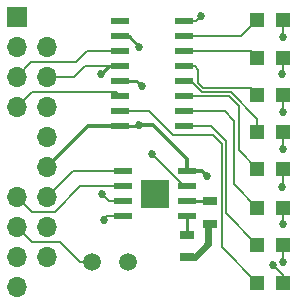
<source format=gbr>
G04 #@! TF.FileFunction,Copper,L1,Top,Signal*
%FSLAX46Y46*%
G04 Gerber Fmt 4.6, Leading zero omitted, Abs format (unit mm)*
G04 Created by KiCad (PCBNEW 4.0.0-rc1-stable) date 23/04/2017 15:22:08*
%MOMM*%
G01*
G04 APERTURE LIST*
%ADD10C,0.076200*%
%ADD11R,1.200000X1.200000*%
%ADD12R,1.700000X1.700000*%
%ADD13O,1.700000X1.700000*%
%ADD14R,1.300000X0.700000*%
%ADD15R,1.550000X0.600000*%
%ADD16R,1.175000X1.175000*%
%ADD17R,1.500000X0.600000*%
%ADD18C,1.500000*%
%ADD19C,0.685800*%
%ADD20C,0.609600*%
%ADD21C,0.254000*%
%ADD22C,0.152400*%
%ADD23C,0.304800*%
G04 APERTURE END LIST*
D10*
D11*
X176039600Y-109982000D03*
X178239600Y-109982000D03*
X176039600Y-113182400D03*
X178239600Y-113182400D03*
X176039600Y-116332000D03*
X178239600Y-116332000D03*
X176039600Y-119481600D03*
X178239600Y-119481600D03*
X176039600Y-122580400D03*
X178239600Y-122580400D03*
X176039600Y-125882400D03*
X178239600Y-125882400D03*
X176039600Y-129032000D03*
X178239600Y-129032000D03*
X176039600Y-132232400D03*
X178239600Y-132232400D03*
D12*
X155702000Y-109728000D03*
D13*
X155702000Y-112268000D03*
X158242000Y-112268000D03*
X155702000Y-114808000D03*
X158242000Y-114808000D03*
X155702000Y-117348000D03*
X158242000Y-117348000D03*
X158242000Y-119888000D03*
X158242000Y-122428000D03*
X155702000Y-124968000D03*
X158242000Y-124968000D03*
X155702000Y-127508000D03*
X158242000Y-127508000D03*
X155702000Y-130048000D03*
X158242000Y-130048000D03*
X155702000Y-132588000D03*
D14*
X170116500Y-128209000D03*
X170116500Y-130109000D03*
X172021500Y-125351500D03*
X172021500Y-127251500D03*
D15*
X164686000Y-122809000D03*
X164686000Y-124079000D03*
X164686000Y-125349000D03*
X164686000Y-126619000D03*
X170086000Y-126619000D03*
X170086000Y-125349000D03*
X170086000Y-124079000D03*
X170086000Y-122809000D03*
D16*
X167973500Y-125301500D03*
X167973500Y-124126500D03*
X166798500Y-125301500D03*
X166798500Y-124126500D03*
D17*
X169832000Y-118999000D03*
X169832000Y-117729000D03*
X169832000Y-116459000D03*
X169832000Y-115189000D03*
X169832000Y-113919000D03*
X169832000Y-112649000D03*
X169832000Y-111379000D03*
X169832000Y-110109000D03*
X164432000Y-110109000D03*
X164432000Y-111379000D03*
X164432000Y-112649000D03*
X164432000Y-113919000D03*
X164432000Y-115189000D03*
X164432000Y-116459000D03*
X164432000Y-117729000D03*
X164432000Y-118999000D03*
D18*
X162076000Y-130454400D03*
X165076000Y-130454400D03*
D19*
X171894500Y-128968500D03*
X166243000Y-115633500D03*
X163017200Y-126949200D03*
X171297600Y-109677200D03*
X171767500Y-123190000D03*
X166052500Y-118872000D03*
X166052500Y-112268000D03*
X162814000Y-114617500D03*
X178206400Y-111404400D03*
X178155600Y-114604800D03*
X178206400Y-117805200D03*
X178244500Y-120904000D03*
X178155600Y-124155200D03*
X178206400Y-127304800D03*
X178206400Y-130454400D03*
X177342800Y-130708400D03*
X162877500Y-124714000D03*
X167132000Y-121348500D03*
D20*
X171894500Y-127378500D02*
X171894500Y-128968500D01*
X171894500Y-128968500D02*
X170754000Y-130109000D01*
X171894500Y-127378500D02*
X172021500Y-127251500D01*
X170116500Y-130109000D02*
X170754000Y-130109000D01*
D21*
X172021500Y-127251500D02*
X171706500Y-127251500D01*
X164432000Y-115189000D02*
X165798500Y-115189000D01*
X165798500Y-115189000D02*
X166243000Y-115633500D01*
D22*
X164686000Y-126619000D02*
X163347400Y-126619000D01*
X163347400Y-126619000D02*
X163017200Y-126949200D01*
X169832000Y-110109000D02*
X170865800Y-110109000D01*
X170865800Y-110109000D02*
X171297600Y-109677200D01*
D23*
X171386500Y-122809000D02*
X170086000Y-122809000D01*
X171767500Y-123190000D02*
X171386500Y-122809000D01*
X166052500Y-118872000D02*
X167195500Y-118872000D01*
X170086000Y-121762500D02*
X170086000Y-122809000D01*
X167195500Y-118872000D02*
X170086000Y-121762500D01*
X158242000Y-122428000D02*
X161671000Y-118999000D01*
X161671000Y-118999000D02*
X164432000Y-118999000D01*
D21*
X165925500Y-118999000D02*
X164432000Y-118999000D01*
X166052500Y-118872000D02*
X165925500Y-118999000D01*
X164432000Y-111379000D02*
X165163500Y-111379000D01*
X165163500Y-111379000D02*
X166052500Y-112268000D01*
D22*
X164432000Y-113919000D02*
X161417000Y-113919000D01*
X160528000Y-114808000D02*
X158242000Y-114808000D01*
X161417000Y-113919000D02*
X160528000Y-114808000D01*
D21*
X164432000Y-113919000D02*
X163512500Y-113919000D01*
X163512500Y-113919000D02*
X162814000Y-114617500D01*
X163703000Y-113919000D02*
X164432000Y-113919000D01*
D22*
X169832000Y-111379000D02*
X174642600Y-111379000D01*
X174642600Y-111379000D02*
X176039600Y-109982000D01*
X178239600Y-109982000D02*
X178239600Y-111371200D01*
X178239600Y-111371200D02*
X178206400Y-111404400D01*
X169832000Y-112649000D02*
X175506200Y-112649000D01*
X175506200Y-112649000D02*
X176039600Y-113182400D01*
X178239600Y-113182400D02*
X178239600Y-114520800D01*
X178239600Y-114520800D02*
X178155600Y-114604800D01*
X169832000Y-113919000D02*
X170764200Y-113919000D01*
X171450000Y-115773200D02*
X175480800Y-115773200D01*
X171043600Y-115366800D02*
X171450000Y-115773200D01*
X171043600Y-114198400D02*
X171043600Y-115366800D01*
X170764200Y-113919000D02*
X171043600Y-114198400D01*
X175480800Y-115773200D02*
X176039600Y-116332000D01*
X178239600Y-116332000D02*
X178239600Y-117772000D01*
X178239600Y-117772000D02*
X178206400Y-117805200D01*
X169832000Y-115189000D02*
X170408600Y-115189000D01*
X170408600Y-115189000D02*
X171348400Y-116128800D01*
X171348400Y-116128800D02*
X173786800Y-116128800D01*
X173786800Y-116128800D02*
X176039600Y-118381600D01*
X176039600Y-118381600D02*
X176039600Y-119481600D01*
X178239600Y-119481600D02*
X178239600Y-120899100D01*
X178239600Y-120899100D02*
X178244500Y-120904000D01*
X169832000Y-116459000D02*
X173659798Y-116459000D01*
X174447200Y-120988000D02*
X176039600Y-122580400D01*
X174447200Y-117246402D02*
X174447200Y-120988000D01*
X173659798Y-116459000D02*
X174447200Y-117246402D01*
X178239600Y-122580400D02*
X178239600Y-124071200D01*
X178239600Y-124071200D02*
X178155600Y-124155200D01*
X169832000Y-117729000D02*
X173304198Y-117729000D01*
X174091600Y-123934400D02*
X176039600Y-125882400D01*
X174091600Y-118516402D02*
X174091600Y-123934400D01*
X173304198Y-117729000D02*
X174091600Y-118516402D01*
X178239600Y-125882400D02*
X178239600Y-127271600D01*
X178239600Y-127271600D02*
X178206400Y-127304800D01*
X169832000Y-118999000D02*
X172135798Y-118999000D01*
X173380400Y-126372800D02*
X176039600Y-129032000D01*
X173380400Y-120243602D02*
X173380400Y-126372800D01*
X172135798Y-118999000D02*
X173380400Y-120243602D01*
X178239600Y-129032000D02*
X178239600Y-130421200D01*
X178239600Y-130421200D02*
X178206400Y-130454400D01*
X164432000Y-117729000D02*
X166852600Y-117729000D01*
X173075598Y-129268398D02*
X176039600Y-132232400D01*
X173075598Y-120497598D02*
X173075598Y-129268398D01*
X172313600Y-119735600D02*
X173075598Y-120497598D01*
X168859200Y-119735600D02*
X172313600Y-119735600D01*
X166852600Y-117729000D02*
X168859200Y-119735600D01*
X178239600Y-132232400D02*
X178239600Y-131605200D01*
X178239600Y-131605200D02*
X177342800Y-130708400D01*
X163512500Y-125349000D02*
X164686000Y-125349000D01*
X162877500Y-124714000D02*
X163512500Y-125349000D01*
X164432000Y-112649000D02*
X161607500Y-112649000D01*
X156908500Y-113601500D02*
X155702000Y-114808000D01*
X160655000Y-113601500D02*
X156908500Y-113601500D01*
X161607500Y-112649000D02*
X160655000Y-113601500D01*
X164432000Y-116459000D02*
X164051000Y-116078000D01*
X156972000Y-116078000D02*
X155702000Y-117348000D01*
X157162500Y-116078000D02*
X156972000Y-116078000D01*
X164051000Y-116078000D02*
X157162500Y-116078000D01*
X164686000Y-124079000D02*
X161036000Y-124079000D01*
X156972000Y-126238000D02*
X155702000Y-124968000D01*
X158877000Y-126238000D02*
X156972000Y-126238000D01*
X161036000Y-124079000D02*
X158877000Y-126238000D01*
X164686000Y-122809000D02*
X160401000Y-122809000D01*
X160401000Y-122809000D02*
X158242000Y-124968000D01*
X162076000Y-130454400D02*
X160997900Y-130454400D01*
X156972000Y-128778000D02*
X155702000Y-127508000D01*
X159321500Y-128778000D02*
X156972000Y-128778000D01*
X160997900Y-130454400D02*
X159321500Y-128778000D01*
D21*
X170086000Y-126619000D02*
X170086000Y-128178500D01*
X170086000Y-128178500D02*
X170116500Y-128209000D01*
X172021500Y-125351500D02*
X170088500Y-125351500D01*
X170088500Y-125351500D02*
X170086000Y-125349000D01*
D22*
X170086000Y-124079000D02*
X169862500Y-124079000D01*
X169862500Y-124079000D02*
X167132000Y-121348500D01*
M02*

</source>
